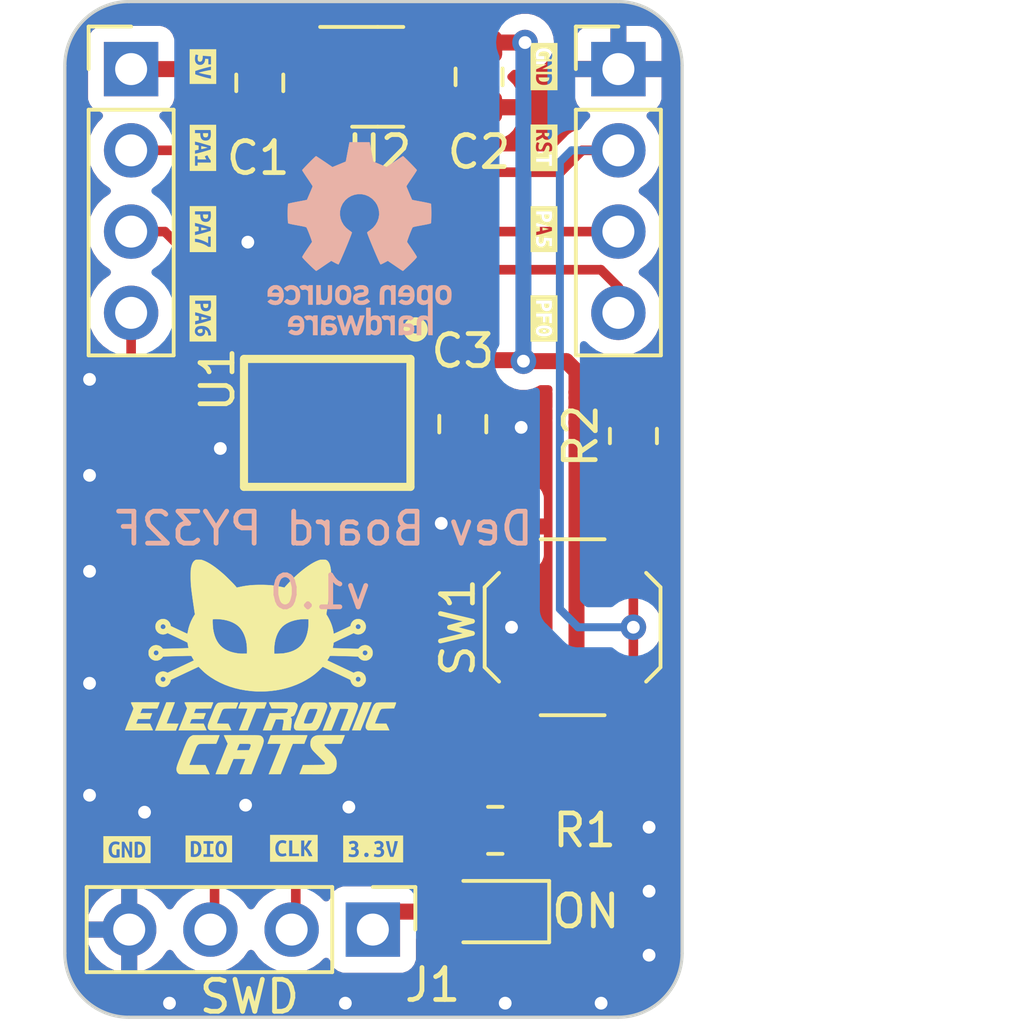
<source format=kicad_pcb>
(kicad_pcb (version 20221018) (generator pcbnew)
  (layers (0 "F.Cu" signal) (31 "B.Cu" signal) (34 "B.Paste" user) (35 "F.Paste" user) (36 "B.SilkS" user "B.Silkscreen") (37 "F.SilkS" user "F.Silkscreen") (38 "B.Mask" user) (39 "F.Mask" user) (44 "Edge.Cuts" user))
  (net 0 "")
  (net 1 "+5V")
  (net 2 "GND")
  (net 3 "+3.3V")
  (net 4 "Net-(D1-K)")
  (net 5 "/SWCLK")
  (net 6 "/SWDIO")
  (net 7 "/NRST")
  (net 8 "/PF0")
  (net 9 "/PA1")
  (net 10 "/PA7")
  (net 11 "/PA6")
  (net 12 "/PA5")
  (footprint "Connector_PinHeader_2.54mm:PinHeader_1x04_P2.54mm_Vertical" (layer "F.Cu") (at 111.8 61.8)
    (fp_text reference "J2" hide)
    (fp_text value "L_Terminal")
    (pad "1" thru_hole rect (at 0 0) (size 1.7 1.7) (drill 1) (layers "*.Cu" "*.Mask") (net 1 "+5V"))
    (pad "2" thru_hole oval (at 0 2.54) (size 1.7 1.7) (drill 1) (layers "*.Cu" "*.Mask") (net 9 "/PA1"))
    (pad "3" thru_hole oval (at 0 5.08) (size 1.7 1.7) (drill 1) (layers "*.Cu" "*.Mask") (net 10 "/PA7"))
    (pad "4" thru_hole oval (at 0 7.62) (size 1.7 1.7) (drill 1) (layers "*.Cu" "*.Mask") (net 11 "/PA6"))
  )
  (footprint "kibuzzard-646D3C54" (layer "F.Cu") (at 124.714 69.596 -90)
    (fp_text reference "kibuzzard-646D3C54" hide)
    (fp_text value "G***" hide)
  )
  (footprint "Capacitor_SMD:C_0805_2012Metric" (layer "F.Cu") (at 115.824 62.23 -90)
    (fp_text reference "C1" (at 2.35 0.05) (layer "F.SilkS"))
    (fp_text value "1uF")
    (pad "1" smd roundrect (at -0.95 0 270) (size 1 1.45) (layers "F.Cu" "F.Paste" "F.Mask") (net 1 "+5V"))
    (pad "2" smd roundrect (at 0.95 0 270) (size 1 1.45) (layers "F.Cu" "F.Paste" "F.Mask") (net 2 "GND"))
  )
  (footprint "kibuzzard-646D3CBC" (layer "F.Cu") (at 116.89 86.16)
    (fp_text reference "kibuzzard-646D3CBC" hide)
    (fp_text value "G***" hide)
  )
  (footprint "Button_Switch_SMD:SW_SPST_TL3342" (layer "F.Cu") (at 125.608 79.248 90)
    (fp_text reference "SW1" (at -0.002 -3.588 90) (layer "F.SilkS"))
    (fp_text value "SW_RST")
    (pad "1" smd rect (at -3.15 -1.9 90) (size 1.7 1) (layers "F.Cu" "F.Paste" "F.Mask") (net 2 "GND"))
    (pad "1" smd rect (at 3.15 -1.9 90) (size 1.7 1) (layers "F.Cu" "F.Paste" "F.Mask") (net 2 "GND"))
    (pad "2" smd rect (at -3.15 1.9 90) (size 1.7 1) (layers "F.Cu" "F.Paste" "F.Mask") (net 7 "/NRST"))
    (pad "2" smd rect (at 3.15 1.9 90) (size 1.7 1) (layers "F.Cu" "F.Paste" "F.Mask") (net 7 "/NRST"))
  )
  (footprint "kibuzzard-646D3C24" (layer "F.Cu") (at 124.714 64.262 -90)
    (fp_text reference "kibuzzard-646D3C24" hide)
    (fp_text value "G***" hide)
  )
  (footprint "Capacitor_SMD:C_0805_2012Metric" (layer "F.Cu") (at 122.174 72.898 -90)
    (fp_text reference "C3" (at -2.286 0) (layer "F.SilkS"))
    (fp_text value "0.1uF")
    (pad "1" smd roundrect (at -0.95 0 270) (size 1 1.45) (layers "F.Cu" "F.Paste" "F.Mask") (net 3 "+3.3V"))
    (pad "2" smd roundrect (at 0.95 0 270) (size 1 1.45) (layers "F.Cu" "F.Paste" "F.Mask") (net 2 "GND"))
  )
  (footprint "LED_SMD:LED_0805_2012Metric" (layer "F.Cu") (at 123.19 88.138 180)
    (fp_text reference "D1" hide)
    (fp_text value "ON" (at -2.83 0.008) (layer "F.SilkS"))
    (pad "1" smd roundrect (at -0.9375 0 180) (size 0.975 1.4) (layers "F.Cu" "F.Paste" "F.Mask") (net 4 "Net-(D1-K)"))
    (pad "2" smd roundrect (at 0.9375 0 180) (size 0.975 1.4) (layers "F.Cu" "F.Paste" "F.Mask") (net 3 "+3.3V"))
  )
  (footprint "Aesthetics:electronic_cats_logo_8x6" (layer "F.Cu") (at 115.85 80.49)
    (fp_text reference "G***" hide)
    (fp_text value "LOGO" hide)
  )
  (footprint "kibuzzard-646D3C07" (layer "F.Cu") (at 124.714 61.722 -90)
    (fp_text reference "kibuzzard-646D3C07" hide)
    (fp_text value "G***" hide)
  )
  (footprint "Connector_PinHeader_2.54mm:PinHeader_1x04_P2.54mm_Vertical" (layer "F.Cu") (at 127.04 61.8)
    (fp_text reference "J3" hide)
    (fp_text value "R_Terminal")
    (pad "1" thru_hole rect (at 0 0) (size 1.7 1.7) (drill 1) (layers "*.Cu" "*.Mask") (net 2 "GND"))
    (pad "2" thru_hole oval (at 0 2.54) (size 1.7 1.7) (drill 1) (layers "*.Cu" "*.Mask") (net 7 "/NRST"))
    (pad "3" thru_hole oval (at 0 5.08) (size 1.7 1.7) (drill 1) (layers "*.Cu" "*.Mask") (net 12 "/PA5"))
    (pad "4" thru_hole oval (at 0 7.62) (size 1.7 1.7) (drill 1) (layers "*.Cu" "*.Mask") (net 8 "/PF0"))
  )
  (footprint "kibuzzard-646D3CAB" (layer "F.Cu") (at 114.23 86.18)
    (fp_text reference "kibuzzard-646D3CAB" hide)
    (fp_text value "G***" hide)
  )
  (footprint "Librarie:PY32F002AA15M" (layer "F.Cu") (at 117.902002 72.859873 -90)
    (fp_text reference "U1" (at -1.359873 3.402002 -90) (layer "F.SilkS"))
    (fp_text value "PY32F002AA15M6TU")
    (pad "1" smd rect (at -2.999867 -1.999996 270) (size 1.499997 0.599999) (layers "F.Cu" "F.Paste" "F.Mask") (net 3 "+3.3V"))
    (pad "2" smd rect (at -2.999867 -0.999998 270) (size 1.499997 0.599999) (layers "F.Cu" "F.Paste" "F.Mask") (net 8 "/PF0"))
    (pad "3" smd rect (at -2.999867 0 270) (size 1.499997 0.599999) (layers "F.Cu" "F.Paste" "F.Mask") (net 12 "/PA5"))
    (pad "4" smd rect (at -2.999867 0.999998 270) (size 1.499997 0.599999) (layers "F.Cu" "F.Paste" "F.Mask") (net 7 "/NRST"))
    (pad "5" smd rect (at -2.999867 1.999996 270) (size 1.499997 0.599999) (layers "F.Cu" "F.Paste" "F.Mask") (net 9 "/PA1"))
    (pad "6" smd rect (at 3.000121 1.999996 270) (size 1.499997 0.599999) (layers "F.Cu" "F.Paste" "F.Mask") (net 11 "/PA6"))
    (pad "7" smd rect (at 3.000121 0.999998 270) (size 1.499997 0.599999) (layers "F.Cu" "F.Paste" "F.Mask") (net 10 "/PA7"))
    (pad "8" smd rect (at 3.000121 0 270) (size 1.499997 0.599999) (layers "F.Cu" "F.Paste" "F.Mask") (net 6 "/SWDIO"))
    (pad "9" smd rect (at 3.000121 -0.999998 270) (size 1.499997 0.599999) (layers "F.Cu" "F.Paste" "F.Mask") (net 5 "/SWCLK"))
    (pad "10" smd rect (at 0.000127 0 270) (size 2.499995 3.499993) (layers "F.Cu" "F.Paste" "F.Mask") (net 2 "GND"))
    (pad "10" smd rect (at 3.000121 -1.999996 270) (size 1.499997 0.599999) (layers "F.Cu" "F.Paste" "F.Mask") (net 2 "GND"))
  )
  (footprint "kibuzzard-646D3BD4" (layer "F.Cu") (at 114.046 61.722 -90)
    (fp_text reference "kibuzzard-646D3BD4" hide)
    (fp_text value "G***" hide)
  )
  (footprint "Connector_PinHeader_2.54mm:PinHeader_1x04_P2.54mm_Vertical" (layer "F.Cu") (at 119.36 88.7 -90)
    (fp_text reference "J1" (at 1.73 -1.87 -180) (layer "F.SilkS"))
    (fp_text value "SWD")
    (pad "1" thru_hole rect (at 0 0 270) (size 1.7 1.7) (drill 1) (layers "*.Cu" "*.Mask") (net 3 "+3.3V"))
    (pad "2" thru_hole oval (at 0 2.54 270) (size 1.7 1.7) (drill 1) (layers "*.Cu" "*.Mask") (net 5 "/SWCLK"))
    (pad "3" thru_hole oval (at 0 5.08 270) (size 1.7 1.7) (drill 1) (layers "*.Cu" "*.Mask") (net 6 "/SWDIO"))
    (pad "4" thru_hole oval (at 0 7.62 270) (size 1.7 1.7) (drill 1) (layers "*.Cu" "*.Mask") (net 2 "GND"))
  )
  (footprint "kibuzzard-646D3A66" (layer "F.Cu") (at 114.046 69.596 -90)
    (fp_text reference "kibuzzard-646D3A66" hide)
    (fp_text value "G***" hide)
  )
  (footprint "Resistor_SMD:R_0805_2012Metric" (layer "F.Cu") (at 123.19 85.598)
    (fp_text reference "R1" (at 2.794 0 180) (layer "F.SilkS"))
    (fp_text value "330R")
    (pad "1" smd roundrect (at -0.9125 0) (size 1.025 1.4) (layers "F.Cu" "F.Paste" "F.Mask") (roundrect_rratio 0.243902439) (net 2 "GND"))
    (pad "2" smd roundrect (at 0.9125 0) (size 1.025 1.4) (layers "F.Cu" "F.Paste" "F.Mask") (roundrect_rratio 0.243902439) (net 4 "Net-(D1-K)"))
  )
  (footprint "Capacitor_SMD:C_0805_2012Metric" (layer "F.Cu") (at 122.682 62.042 -90)
    (fp_text reference "C2" (at 2.35 0) (layer "F.SilkS"))
    (fp_text value "1uF")
    (pad "1" smd roundrect (at -0.95 0 270) (size 1 1.45) (layers "F.Cu" "F.Paste" "F.Mask") (net 3 "+3.3V"))
    (pad "2" smd roundrect (at 0.95 0 270) (size 1 1.45) (layers "F.Cu" "F.Paste" "F.Mask") (net 2 "GND"))
  )
  (footprint "kibuzzard-646D3C34" (layer "F.Cu") (at 124.714 66.802 -90)
    (fp_text reference "kibuzzard-646D3C34" hide)
    (fp_text value "G***" hide)
  )
  (footprint "Package_TO_SOT_SMD:TSOT-23-5" (layer "F.Cu") (at 119.5125 62.042)
    (fp_text reference "U2" (at 0.05 2.35 180) (layer "F.SilkS"))
    (fp_text value "AP2112K-3.3TRG1")
    (pad "1" smd roundrect (at -1.1375 -0.95) (size 1.325 0.6) (layers "F.Cu" "F.Paste" "F.Mask") (net 1 "+5V"))
    (pad "2" smd roundrect (at -1.1375 0) (size 1.325 0.6) (layers "F.Cu" "F.Paste" "F.Mask") (net 2 "GND"))
    (pad "3" smd roundrect (at -1.1375 0.95) (size 1.325 0.6) (layers "F.Cu" "F.Paste" "F.Mask") (net 1 "+5V"))
    (pad "4" smd roundrect (at 1.1375 0.95) (size 1.325 0.6) (layers "F.Cu" "F.Paste" "F.Mask"))
    (pad "5" smd roundrect (at 1.1375 -0.95) (size 1.325 0.6) (layers "F.Cu" "F.Paste" "F.Mask") (net 3 "+3.3V"))
  )
  (footprint "Resistor_SMD:R_0805_2012Metric" (layer "F.Cu") (at 127.51 73.27 90)
    (fp_text reference "R2" (at 0 -1.65 90) (layer "F.SilkS"))
    (fp_text value "10K")
    (pad "1" smd roundrect (at -0.9125 0 90) (size 1.025 1.4) (layers "F.Cu" "F.Paste" "F.Mask") (roundrect_rratio 0.243902439) (net 7 "/NRST"))
    (pad "2" smd roundrect (at 0.9125 0 90) (size 1.025 1.4) (layers "F.Cu" "F.Paste" "F.Mask") (roundrect_rratio 0.243902439) (net 3 "+3.3V"))
  )
  (footprint "kibuzzard-646D3CA0" (layer "F.Cu") (at 111.67 86.2)
    (fp_text reference "kibuzzard-646D3CA0" hide)
    (fp_text value "G***" hide)
  )
  (footprint "kibuzzard-646D3B4A" (layer "F.Cu") (at 114.046 64.262 -90)
    (fp_text reference "kibuzzard-646D3B4A" hide)
    (fp_text value "G***" hide)
  )
  (footprint "kibuzzard-646D3B19" (layer "F.Cu") (at 114.046 66.802 -90)
    (fp_text reference "kibuzzard-646D3B19" hide)
    (fp_text value "G***" hide)
  )
  (footprint "kibuzzard-646D3CFD" (layer "F.Cu") (at 119.37 86.18)
    (fp_text reference "kibuzzard-646D3CFD" hide)
    (fp_text value "G***" hide)
  )
  (footprint "Symbol:OSHW-Logo_5.7x6mm_SilkScreen" (layer "B.Cu") (at 118.95 67.1 180)
    (fp_text reference "REF**" hide)
    (fp_text value "OSHW-Logo_5.7x6mm_SilkScreen" hide)
  )
  (gr_arc (start 111.728 91.44) (mid 110.313786 90.854214) (end 109.728 89.44) (stroke (width 0.1)) (layer "Edge.Cuts"))
  (gr_arc (start 127.032 59.69) (mid 128.446214 60.275786) (end 129.032 61.69) (stroke (width 0.1)) (layer "Edge.Cuts"))
  (gr_line (start 127.032 91.44) (end 111.728 91.44) (stroke (width 0.1)) (layer "Edge.Cuts"))
  (gr_arc (start 109.728 61.69) (mid 110.313786 60.275786) (end 111.728 59.69) (stroke (width 0.1)) (layer "Edge.Cuts"))
  (gr_line (start 111.728 59.69) (end 127.032 59.69) (stroke (width 0.1)) (layer "Edge.Cuts"))
  (gr_line (start 129.032 61.69) (end 129.032 89.44) (stroke (width 0.1)) (layer "Edge.Cuts"))
  (gr_arc (start 129.032 89.44) (mid 128.446214 90.854214) (end 127.032 91.44) (stroke (width 0.1)) (layer "Edge.Cuts"))
  (gr_line (start 109.728 89.44) (end 109.728 61.69) (stroke (width 0.1)) (layer "Edge.Cuts"))
  (gr_text "Dev Board PY32F" (at 124.46 76.75) (layer "B.SilkS") (effects (font (size 1 1)) (justify left bottom mirror)))
  (gr_text "v1.0" (at 119.38 78.74) (layer "B.SilkS") (effects (font (size 1 1)) (justify left bottom mirror)))
  (gr_text "SWD" (at 115.5 90.8) (layer "F.SilkS") (effects (font (size 1 1))))
  (segment (start 117.348 61.092) (end 118.375 61.092) (width 0.5) (layer "F.Cu") (net 1))
  (segment (start 117.094 61.092) (end 117.348 61.092) (width 0.5) (layer "F.Cu") (net 1))
  (segment (start 116.84 61.092) (end 117.094 61.092) (width 0.5) (layer "F.Cu") (net 1))
  (segment (start 117.094 61.468) (end 117.348 61.214) (width 0.5) (layer "F.Cu") (net 1))
  (segment (start 117.348 62.992) (end 117.094 62.738) (width 0.5) (layer "F.Cu") (net 1))
  (segment (start 117.094 62.738) (end 117.094 61.468) (width 0.5) (layer "F.Cu") (net 1))
  (segment (start 113.98 61.28) (end 115.824 61.28) (width 0.5) (layer "F.Cu") (net 1))
  (segment (start 118.375 62.992) (end 117.348 62.992) (width 0.5) (layer "F.Cu") (net 1))
  (segment (start 115.824 61.28) (end 116.012 61.092) (width 0.5) (layer "F.Cu") (net 1))
  (segment (start 117.348 61.214) (end 117.348 61.092) (width 0.5) (layer "F.Cu") (net 1))
  (segment (start 113.46 61.8) (end 113.98 61.28) (width 0.5) (layer "F.Cu") (net 1))
  (segment (start 116.84 61.214) (end 116.84 61.092) (width 0.5) (layer "F.Cu") (net 1))
  (segment (start 117.094 61.468) (end 117.094 61.092) (width 0.5) (layer "F.Cu") (net 1))
  (segment (start 117.094 61.468) (end 116.84 61.214) (width 0.5) (layer "F.Cu") (net 1))
  (segment (start 111.8 61.8) (end 113.46 61.8) (width 0.5) (layer "F.Cu") (net 1))
  (segment (start 116.012 61.092) (end 116.84 61.092) (width 0.5) (layer "F.Cu") (net 1))
  (segment (start 123.124 73.848) (end 123.708 74.432) (width 0.5) (layer "F.Cu") (net 2))
  (segment (start 118.375 62.042) (end 119.192 62.042) (width 0.5) (layer "F.Cu") (net 2))
  (segment (start 123.708 79.238) (end 123.698 79.248) (width 0.5) (layer "F.Cu") (net 2))
  (segment (start 123.708 74.432) (end 123.708 76.098) (width 0.5) (layer "F.Cu") (net 2))
  (segment (start 119.192 62.042) (end 119.5375 62.3875) (width 0.5) (layer "F.Cu") (net 2))
  (segment (start 125.144 61.8) (end 127.04 61.8) (width 0.5) (layer "F.Cu") (net 2))
  (segment (start 122.174 73.848) (end 123.124 73.848) (width 0.5) (layer "F.Cu") (net 2))
  (segment (start 119.5375 62.3875) (end 119.5375 63.4035) (width 0.5) (layer "F.Cu") (net 2))
  (segment (start 122.682 62.992) (end 123.952 62.992) (width 0.5) (layer "F.Cu") (net 2))
  (segment (start 119.5375 63.4035) (end 119.634 63.5) (width 0.5) (layer "F.Cu") (net 2))
  (segment (start 123.708 79.258) (end 123.698 79.248) (width 0.5) (layer "F.Cu") (net 2))
  (segment (start 123.952 62.992) (end 125.144 61.8) (width 0.5) (layer "F.Cu") (net 2))
  (via (at 128 87.5) (size 0.8) (drill 0.4) (layers "F.Cu" "B.Cu") (net 2))
  (via (at 123.5 91) (size 0.8) (drill 0.4) (layers "F.Cu" "B.Cu") (net 2))
  (via (at 124 73) (size 0.8) (drill 0.4) (layers "F.Cu" "B.Cu") (net 2))
  (via (at 110.5 71.5) (size 0.8) (drill 0.4) (layers "F.Cu" "B.Cu") (net 2))
  (via (at 110.5 77.5) (size 0.8) (drill 0.4) (layers "F.Cu" "B.Cu") (net 2))
  (via (at 123.698 79.248) (size 0.8) (drill 0.4) (layers "F.Cu" "B.Cu") (net 2))
  (via (at 118.5 91) (size 0.8) (drill 0.4) (layers "F.Cu" "B.Cu") (net 2))
  (via (at 115.45 67.21) (size 0.8) (drill 0.4) (layers "F.Cu" "B.Cu") (net 2))
  (via (at 113 91) (size 0.8) (drill 0.4) (layers "F.Cu" "B.Cu") (net 2))
  (via (at 114.59 73.66) (size 0.8) (drill 0.4) (layers "F.Cu" "B.Cu") (net 2))
  (via (at 118.61 84.87) (size 0.8) (drill 0.4) (layers "F.Cu" "B.Cu") (net 2))
  (via (at 110.5 74.5) (size 0.8) (drill 0.4) (layers "F.Cu" "B.Cu") (net 2))
  (via (at 112.22 85.03) (size 0.8) (drill 0.4) (layers "F.Cu" "B.Cu") (net 2))
  (via (at 128 85.5) (size 0.8) (drill 0.4) (layers "F.Cu" "B.Cu") (net 2))
  (via (at 121.5 76) (size 0.8) (drill 0.4) (layers "F.Cu" "B.Cu") (net 2))
  (via (at 115.38 84.81) (size 0.8) (drill 0.4) (layers "F.Cu" "B.Cu") (net 2))
  (via (at 128 89.5) (size 0.8) (drill 0.4) (layers "F.Cu" "B.Cu") (net 2))
  (via (at 126.5 91) (size 0.8) (drill 0.4) (layers "F.Cu" "B.Cu") (net 2))
  (via (at 110.5 81) (size 0.8) (drill 0.4) (layers "F.Cu" "B.Cu") (net 2))
  (via (at 110.5 84.5) (size 0.8) (drill 0.4) (layers "F.Cu" "B.Cu") (net 2))
  (segment (start 125.73 89.24) (end 125.73 72.87) (width 0.5) (layer "F.Cu") (net 3))
  (segment (start 122.2525 88.138) (end 119.922 88.138) (width 0.5) (layer "F.Cu") (net 3))
  (segment (start 124.04 70.9) (end 124.07 70.93) (width 0.5) (layer "F.Cu") (net 3))
  (segment (start 125.73 72.08) (end 125.73 71.9) (width 0.5) (layer "F.Cu") (net 3))
  (segment (start 126.18 72.38) (end 125.73 72.83) (width 0.5) (layer "F.Cu") (net 3))
  (segment (start 122.682 61.092) (end 122.804 60.97) (width 0.5) (layer "F.Cu") (net 3))
  (segment (start 122.86 70.9) (end 122.534 70.9) (width 0.5) (layer "F.Cu") (net 3))
  (segment (start 126.18 72.38) (end 126.18 72.35) (width 0.5) (layer "F.Cu") (net 3))
  (segment (start 125.73 71.25) (end 125.41 70.93) (width 0.5) (layer "F.Cu") (net 3))
  (segment (start 125.34 89.63) (end 125.73 89.24) (width 0.5) (layer "F.Cu") (net 3))
  (segment (start 122.86 70.9) (end 124.04 70.9) (width 0.5) (layer "F.Cu") (net 3))
  (segment (start 125.41 70.93) (end 124.07 70.93) (width 0.5) (layer "F.Cu") (net 3))
  (segment (start 122.594 70.9) (end 122.174 71.32) (width 0.5) (layer "F.Cu") (net 3))
  (segment (start 122.534 70.9) (end 122.174 70.54) (width 0.5) (layer "F.Cu") (net 3))
  (segment (start 121.75 69.860006) (end 119.901998 69.860006) (width 0.5) (layer "F.Cu") (net 3))
  (segment (start 127.4875 72.38) (end 127.51 72.3575) (width 0.5) (layer "F.Cu") (net 3))
  (segment (start 122.86 70.9) (end 122.594 70.9) (width 0.5) (layer "F.Cu") (net 3))
  (segment (start 125.73 71.9) (end 125.73 71.25) (width 0.5) (layer "F.Cu") (net 3))
  (segment (start 122.75 89.63) (end 125.34 89.63) (width 0.5) (layer "F.Cu") (net 3))
  (segment (start 126.18 72.38) (end 126.03 72.38) (width 0.5) (layer "F.Cu") (net 3))
  (segment (start 125.73 72.38) (end 125.73 72.08) (width 0.5) (layer "F.Cu") (net 3))
  (segment (start 122.174 70.54) (end 122.174 70.284006) (width 0.5) (layer "F.Cu") (net 3))
  (segment (start 122.174 71.32) (end 122.174 70.9) (width 0.5) (layer "F.Cu") (net 3))
  (segment (start 125.73 72.83) (end 125.73 72.87) (width 0.5) (layer "F.Cu") (net 3))
  (segment (start 122.682 61.092) (end 120.65 61.092) (width 0.5) (layer "F.Cu") (net 3))
  (segment (start 122.174 71.948) (end 122.174 71.32) (width 0.5) (layer "F.Cu") (net 3))
  (segment (start 125.73 72.87) (end 125.73 72.38) (width 0.5) (layer "F.Cu") (net 3))
  (segment (start 126.18 72.35) (end 125.73 71.9) (width 0.5) (layer "F.Cu") (net 3))
  (segment (start 119.922 88.138) (end 119.36 88.7) (width 0.5) (layer "F.Cu") (net 3))
  (segment (start 125.73 72.38) (end 126.18 72.38) (width 0.5) (layer "F.Cu") (net 3))
  (segment (start 122.174 70.9) (end 122.174 70.54) (width 0.5) (layer "F.Cu") (net 3))
  (segment (start 126.18 72.38) (end 127.4875 72.38) (width 0.5) (layer "F.Cu") (net 3))
  (segment (start 122.174 70.9) (end 122.86 70.9) (width 0.5) (layer "F.Cu") (net 3))
  (segment (start 122.804 60.97) (end 124.12 60.97) (width 0.5) (layer "F.Cu") (net 3))
  (segment (start 122.2525 89.1325) (end 122.75 89.63) (width 0.5) (layer "F.Cu") (net 3))
  (segment (start 122.174 70.284006) (end 121.75 69.860006) (width 0.5) (layer "F.Cu") (net 3))
  (segment (start 122.31 88.1955) (end 122.2525 88.138) (width 0.5) (layer "F.Cu") (net 3))
  (segment (start 122.2525 88.138) (end 122.2525 88.97) (width 0.5) (layer "F.Cu") (net 3))
  (via (at 124.12 60.97) (size 0.8) (drill 0.4) (layers "F.Cu" "B.Cu") (net 3))
  (via (at 124.07 70.93) (size 0.8) (drill 0.4) (layers "F.Cu" "B.Cu") (net 3))
  (segment (start 124.07 61.02) (end 124.07 70.93) (width 0.5) (layer "B.Cu") (net 3))
  (segment (start 124.12 60.97) (end 124.07 61.02) (width 0.5) (layer "B.Cu") (net 3))
  (segment (start 124.1025 85.598) (end 124.1275 85.623) (width 0.3) (layer "F.Cu") (net 4))
  (segment (start 124.1275 85.623) (end 124.1275 88.138) (width 0.3) (layer "F.Cu") (net 4))
  (segment (start 118.902 75.859994) (end 118.902 79.628) (width 0.3) (layer "F.Cu") (net 5))
  (segment (start 116.95 80.43) (end 116.95 88.57) (width 0.3) (layer "F.Cu") (net 5))
  (segment (start 117.37 80.01) (end 116.95 80.43) (width 0.3) (layer "F.Cu") (net 5))
  (segment (start 118.52 80.01) (end 117.37 80.01) (width 0.3) (layer "F.Cu") (net 5))
  (segment (start 116.95 88.57) (end 116.82 88.7) (width 0.3) (layer "F.Cu") (net 5))
  (segment (start 118.902 79.628) (end 118.52 80.01) (width 0.3) (layer "F.Cu") (net 5))
  (segment (start 114.41 79.98) (end 114.41 88.57) (width 0.3) (layer "F.Cu") (net 6))
  (segment (start 114.94 79.45) (end 114.41 79.98) (width 0.3) (layer "F.Cu") (net 6))
  (segment (start 117.902002 78.927998) (end 117.38 79.45) (width 0.3) (layer "F.Cu") (net 6))
  (segment (start 117.85 75.911996) (end 117.902002 75.859994) (width 0.3) (layer "F.Cu") (net 6))
  (segment (start 117.902002 75.859994) (end 117.902002 78.927998) (width 0.3) (layer "F.Cu") (net 6))
  (segment (start 114.41 88.57) (end 114.28 88.7) (width 0.3) (layer "F.Cu") (net 6))
  (segment (start 117.38 79.45) (end 114.94 79.45) (width 0.3) (layer "F.Cu") (net 6))
  (segment (start 125.906 64.34) (end 127.04 64.34) (width 0.3) (layer "F.Cu") (net 7))
  (segment (start 125.222 65.024) (end 125.906 64.34) (width 0.3) (layer "F.Cu") (net 7))
  (segment (start 126.46 64.34) (end 127.04 64.34) (width 0.3) (layer "F.Cu") (net 7))
  (segment (start 127.508 76.098) (end 127.508 74.1845) (width 0.3) (layer "F.Cu") (net 7))
  (segment (start 117.2845 65.024) (end 125.222 65.024) (width 0.3) (layer "F.Cu") (net 7))
  (segment (start 127.508 74.1845) (end 127.51 74.1825) (width 0.3) (layer "F.Cu") (net 7))
  (segment (start 127.508 76.098) (end 127.508 82.398) (width 0.3) (layer "F.Cu") (net 7))
  (segment (start 116.902004 69.860006) (end 116.902004 65.406496) (width 0.3) (layer "F.Cu") (net 7))
  (segment (start 116.902004 65.406496) (end 117.2845 65.024) (width 0.3) (layer "F.Cu") (net 7))
  (via (at 127.508 79.248) (size 0.8) (drill 0.4) (layers "F.Cu" "B.Cu") (net 7))
  (segment (start 127.04 64.34) (end 125.57 64.34) (width 0.25) (layer "B.Cu") (net 7))
  (segment (start 125.57 64.34) (end 125.21 64.7) (width 0.25) (layer "B.Cu") (net 7))
  (segment (start 125.21 78.68) (end 125.778 79.248) (width 0.25) (layer "B.Cu") (net 7))
  (segment (start 125.21 64.7) (end 125.21 78.68) (width 0.25) (layer "B.Cu") (net 7))
  (segment (start 125.778 79.248) (end 127.508 79.248) (width 0.25) (layer "B.Cu") (net 7))
  (segment (start 118.902 68.55) (end 119.38 68.072) (width 0.3) (layer "F.Cu") (net 8))
  (segment (start 127.04 68.62) (end 127.04 69.42) (width 0.3) (layer "F.Cu") (net 8))
  (segment (start 126.492 68.072) (end 127.04 68.62) (width 0.3) (layer "F.Cu") (net 8))
  (segment (start 119.38 68.072) (end 126.492 68.072) (width 0.3) (layer "F.Cu") (net 8))
  (segment (start 118.902 69.860006) (end 118.902 68.55) (width 0.3) (layer "F.Cu") (net 8))
  (segment (start 114.06 69.43) (end 114.490006 69.860006) (width 0.3) (layer "F.Cu") (net 9))
  (segment (start 114.490006 69.860006) (end 115.902006 69.860006) (width 0.3) (layer "F.Cu") (net 9))
  (segment (start 114.06 64.84) (end 114.06 69.43) (width 0.3) (layer "F.Cu") (net 9))
  (segment (start 113.56 64.34) (end 114.06 64.84) (width 0.3) (layer "F.Cu") (net 9))
  (segment (start 111.8 64.34) (end 113.56 64.34) (width 0.3) (layer "F.Cu") (net 9))
  (segment (start 111.8 66.88) (end 112.854 66.88) (width 0.3) (layer "F.Cu") (net 10))
  (segment (start 116.718008 74.676) (end 116.902004 74.859996) (width 0.3) (layer "F.Cu") (net 10))
  (segment (start 113.284 74.168) (end 113.792 74.676) (width 0.3) (layer "F.Cu") (net 10))
  (segment (start 113.284 67.31) (end 113.284 74.168) (width 0.3) (layer "F.Cu") (net 10))
  (segment (start 116.902004 74.859996) (end 116.902004 75.859994) (width 0.3) (layer "F.Cu") (net 10))
  (segment (start 113.792 74.676) (end 116.718008 74.676) (width 0.3) (layer "F.Cu") (net 10))
  (segment (start 112.854 66.88) (end 113.284 67.31) (width 0.3) (layer "F.Cu") (net 10))
  (segment (start 111.8 75.224) (end 112.435994 75.859994) (width 0.3) (layer "F.Cu") (net 11))
  (segment (start 111.8 69.42) (end 111.8 75.224) (width 0.3) (layer "F.Cu") (net 11))
  (segment (start 112.435994 75.859994) (end 115.902006 75.859994) (width 0.3) (layer "F.Cu") (net 11))
  (segment (start 117.902002 67.517998) (end 117.902002 69.860006) (width 0.3) (layer "F.Cu") (net 12))
  (segment (start 118.54 66.88) (end 117.902002 67.517998) (width 0.3) (layer "F.Cu") (net 12))
  (segment (start 127.04 66.88) (end 118.54 66.88) (width 0.3) (layer "F.Cu") (net 12))
  (zone (net 2) (net_name "GND") (layers "F&B.Cu") (connect_pads (clearance 0.5)) (min_thickness 0.25) (fill yes (thermal_gap 0.5) (thermal_bridge_width 0.5))
    (polygon (pts (xy 129.032 59.69) (xy 129.032 91.44) (xy 109.728 91.44) (xy 109.728 59.69)))
  )
)
</source>
